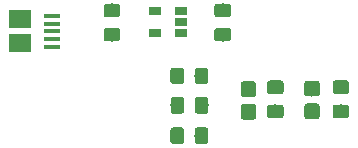
<source format=gbr>
G04 #@! TF.GenerationSoftware,KiCad,Pcbnew,(5.1.4)-1*
G04 #@! TF.CreationDate,2019-09-20T01:57:43+03:00*
G04 #@! TF.ProjectId,Simple_BMS,53696d70-6c65-45f4-924d-532e6b696361,rev?*
G04 #@! TF.SameCoordinates,Original*
G04 #@! TF.FileFunction,Paste,Top*
G04 #@! TF.FilePolarity,Positive*
%FSLAX46Y46*%
G04 Gerber Fmt 4.6, Leading zero omitted, Abs format (unit mm)*
G04 Created by KiCad (PCBNEW (5.1.4)-1) date 2019-09-20 01:57:43*
%MOMM*%
%LPD*%
G04 APERTURE LIST*
%ADD10R,1.900000X1.500000*%
%ADD11R,1.350000X0.400000*%
%ADD12R,1.060000X0.650000*%
%ADD13C,0.100000*%
%ADD14C,1.150000*%
%ADD15C,1.300000*%
G04 APERTURE END LIST*
D10*
X98142500Y-85180000D03*
D11*
X100842500Y-86180000D03*
X100842500Y-86830000D03*
X100842500Y-87480000D03*
X100842500Y-84880000D03*
X100842500Y-85530000D03*
D10*
X98142500Y-87180000D03*
D12*
X111820000Y-86330000D03*
X111820000Y-85380000D03*
X111820000Y-84430000D03*
X109620000Y-84430000D03*
X109620000Y-86330000D03*
D13*
G36*
X106414505Y-83851204D02*
G01*
X106438773Y-83854804D01*
X106462572Y-83860765D01*
X106485671Y-83869030D01*
X106507850Y-83879520D01*
X106528893Y-83892132D01*
X106548599Y-83906747D01*
X106566777Y-83923223D01*
X106583253Y-83941401D01*
X106597868Y-83961107D01*
X106610480Y-83982150D01*
X106620970Y-84004329D01*
X106629235Y-84027428D01*
X106635196Y-84051227D01*
X106638796Y-84075495D01*
X106640000Y-84099999D01*
X106640000Y-84750001D01*
X106638796Y-84774505D01*
X106635196Y-84798773D01*
X106629235Y-84822572D01*
X106620970Y-84845671D01*
X106610480Y-84867850D01*
X106597868Y-84888893D01*
X106583253Y-84908599D01*
X106566777Y-84926777D01*
X106548599Y-84943253D01*
X106528893Y-84957868D01*
X106507850Y-84970480D01*
X106485671Y-84980970D01*
X106462572Y-84989235D01*
X106438773Y-84995196D01*
X106414505Y-84998796D01*
X106390001Y-85000000D01*
X105489999Y-85000000D01*
X105465495Y-84998796D01*
X105441227Y-84995196D01*
X105417428Y-84989235D01*
X105394329Y-84980970D01*
X105372150Y-84970480D01*
X105351107Y-84957868D01*
X105331401Y-84943253D01*
X105313223Y-84926777D01*
X105296747Y-84908599D01*
X105282132Y-84888893D01*
X105269520Y-84867850D01*
X105259030Y-84845671D01*
X105250765Y-84822572D01*
X105244804Y-84798773D01*
X105241204Y-84774505D01*
X105240000Y-84750001D01*
X105240000Y-84099999D01*
X105241204Y-84075495D01*
X105244804Y-84051227D01*
X105250765Y-84027428D01*
X105259030Y-84004329D01*
X105269520Y-83982150D01*
X105282132Y-83961107D01*
X105296747Y-83941401D01*
X105313223Y-83923223D01*
X105331401Y-83906747D01*
X105351107Y-83892132D01*
X105372150Y-83879520D01*
X105394329Y-83869030D01*
X105417428Y-83860765D01*
X105441227Y-83854804D01*
X105465495Y-83851204D01*
X105489999Y-83850000D01*
X106390001Y-83850000D01*
X106414505Y-83851204D01*
X106414505Y-83851204D01*
G37*
D14*
X105940000Y-84425000D03*
D13*
G36*
X106414505Y-85901204D02*
G01*
X106438773Y-85904804D01*
X106462572Y-85910765D01*
X106485671Y-85919030D01*
X106507850Y-85929520D01*
X106528893Y-85942132D01*
X106548599Y-85956747D01*
X106566777Y-85973223D01*
X106583253Y-85991401D01*
X106597868Y-86011107D01*
X106610480Y-86032150D01*
X106620970Y-86054329D01*
X106629235Y-86077428D01*
X106635196Y-86101227D01*
X106638796Y-86125495D01*
X106640000Y-86149999D01*
X106640000Y-86800001D01*
X106638796Y-86824505D01*
X106635196Y-86848773D01*
X106629235Y-86872572D01*
X106620970Y-86895671D01*
X106610480Y-86917850D01*
X106597868Y-86938893D01*
X106583253Y-86958599D01*
X106566777Y-86976777D01*
X106548599Y-86993253D01*
X106528893Y-87007868D01*
X106507850Y-87020480D01*
X106485671Y-87030970D01*
X106462572Y-87039235D01*
X106438773Y-87045196D01*
X106414505Y-87048796D01*
X106390001Y-87050000D01*
X105489999Y-87050000D01*
X105465495Y-87048796D01*
X105441227Y-87045196D01*
X105417428Y-87039235D01*
X105394329Y-87030970D01*
X105372150Y-87020480D01*
X105351107Y-87007868D01*
X105331401Y-86993253D01*
X105313223Y-86976777D01*
X105296747Y-86958599D01*
X105282132Y-86938893D01*
X105269520Y-86917850D01*
X105259030Y-86895671D01*
X105250765Y-86872572D01*
X105244804Y-86848773D01*
X105241204Y-86824505D01*
X105240000Y-86800001D01*
X105240000Y-86149999D01*
X105241204Y-86125495D01*
X105244804Y-86101227D01*
X105250765Y-86077428D01*
X105259030Y-86054329D01*
X105269520Y-86032150D01*
X105282132Y-86011107D01*
X105296747Y-85991401D01*
X105313223Y-85973223D01*
X105331401Y-85956747D01*
X105351107Y-85942132D01*
X105372150Y-85929520D01*
X105394329Y-85919030D01*
X105417428Y-85910765D01*
X105441227Y-85904804D01*
X105465495Y-85901204D01*
X105489999Y-85900000D01*
X106390001Y-85900000D01*
X106414505Y-85901204D01*
X106414505Y-85901204D01*
G37*
D14*
X105940000Y-86475000D03*
D13*
G36*
X115794505Y-85901204D02*
G01*
X115818773Y-85904804D01*
X115842572Y-85910765D01*
X115865671Y-85919030D01*
X115887850Y-85929520D01*
X115908893Y-85942132D01*
X115928599Y-85956747D01*
X115946777Y-85973223D01*
X115963253Y-85991401D01*
X115977868Y-86011107D01*
X115990480Y-86032150D01*
X116000970Y-86054329D01*
X116009235Y-86077428D01*
X116015196Y-86101227D01*
X116018796Y-86125495D01*
X116020000Y-86149999D01*
X116020000Y-86800001D01*
X116018796Y-86824505D01*
X116015196Y-86848773D01*
X116009235Y-86872572D01*
X116000970Y-86895671D01*
X115990480Y-86917850D01*
X115977868Y-86938893D01*
X115963253Y-86958599D01*
X115946777Y-86976777D01*
X115928599Y-86993253D01*
X115908893Y-87007868D01*
X115887850Y-87020480D01*
X115865671Y-87030970D01*
X115842572Y-87039235D01*
X115818773Y-87045196D01*
X115794505Y-87048796D01*
X115770001Y-87050000D01*
X114869999Y-87050000D01*
X114845495Y-87048796D01*
X114821227Y-87045196D01*
X114797428Y-87039235D01*
X114774329Y-87030970D01*
X114752150Y-87020480D01*
X114731107Y-87007868D01*
X114711401Y-86993253D01*
X114693223Y-86976777D01*
X114676747Y-86958599D01*
X114662132Y-86938893D01*
X114649520Y-86917850D01*
X114639030Y-86895671D01*
X114630765Y-86872572D01*
X114624804Y-86848773D01*
X114621204Y-86824505D01*
X114620000Y-86800001D01*
X114620000Y-86149999D01*
X114621204Y-86125495D01*
X114624804Y-86101227D01*
X114630765Y-86077428D01*
X114639030Y-86054329D01*
X114649520Y-86032150D01*
X114662132Y-86011107D01*
X114676747Y-85991401D01*
X114693223Y-85973223D01*
X114711401Y-85956747D01*
X114731107Y-85942132D01*
X114752150Y-85929520D01*
X114774329Y-85919030D01*
X114797428Y-85910765D01*
X114821227Y-85904804D01*
X114845495Y-85901204D01*
X114869999Y-85900000D01*
X115770001Y-85900000D01*
X115794505Y-85901204D01*
X115794505Y-85901204D01*
G37*
D14*
X115320000Y-86475000D03*
D13*
G36*
X115794505Y-83851204D02*
G01*
X115818773Y-83854804D01*
X115842572Y-83860765D01*
X115865671Y-83869030D01*
X115887850Y-83879520D01*
X115908893Y-83892132D01*
X115928599Y-83906747D01*
X115946777Y-83923223D01*
X115963253Y-83941401D01*
X115977868Y-83961107D01*
X115990480Y-83982150D01*
X116000970Y-84004329D01*
X116009235Y-84027428D01*
X116015196Y-84051227D01*
X116018796Y-84075495D01*
X116020000Y-84099999D01*
X116020000Y-84750001D01*
X116018796Y-84774505D01*
X116015196Y-84798773D01*
X116009235Y-84822572D01*
X116000970Y-84845671D01*
X115990480Y-84867850D01*
X115977868Y-84888893D01*
X115963253Y-84908599D01*
X115946777Y-84926777D01*
X115928599Y-84943253D01*
X115908893Y-84957868D01*
X115887850Y-84970480D01*
X115865671Y-84980970D01*
X115842572Y-84989235D01*
X115818773Y-84995196D01*
X115794505Y-84998796D01*
X115770001Y-85000000D01*
X114869999Y-85000000D01*
X114845495Y-84998796D01*
X114821227Y-84995196D01*
X114797428Y-84989235D01*
X114774329Y-84980970D01*
X114752150Y-84970480D01*
X114731107Y-84957868D01*
X114711401Y-84943253D01*
X114693223Y-84926777D01*
X114676747Y-84908599D01*
X114662132Y-84888893D01*
X114649520Y-84867850D01*
X114639030Y-84845671D01*
X114630765Y-84822572D01*
X114624804Y-84798773D01*
X114621204Y-84774505D01*
X114620000Y-84750001D01*
X114620000Y-84099999D01*
X114621204Y-84075495D01*
X114624804Y-84051227D01*
X114630765Y-84027428D01*
X114639030Y-84004329D01*
X114649520Y-83982150D01*
X114662132Y-83961107D01*
X114676747Y-83941401D01*
X114693223Y-83923223D01*
X114711401Y-83906747D01*
X114731107Y-83892132D01*
X114752150Y-83879520D01*
X114774329Y-83869030D01*
X114797428Y-83860765D01*
X114821227Y-83854804D01*
X114845495Y-83851204D01*
X114869999Y-83850000D01*
X115770001Y-83850000D01*
X115794505Y-83851204D01*
X115794505Y-83851204D01*
G37*
D14*
X115320000Y-84425000D03*
D13*
G36*
X123309704Y-90375004D02*
G01*
X123333973Y-90378604D01*
X123357771Y-90384565D01*
X123380871Y-90392830D01*
X123403049Y-90403320D01*
X123424093Y-90415933D01*
X123443798Y-90430547D01*
X123461977Y-90447023D01*
X123478453Y-90465202D01*
X123493067Y-90484907D01*
X123505680Y-90505951D01*
X123516170Y-90528129D01*
X123524435Y-90551229D01*
X123530396Y-90575027D01*
X123533996Y-90599296D01*
X123535200Y-90623800D01*
X123535200Y-91448800D01*
X123533996Y-91473304D01*
X123530396Y-91497573D01*
X123524435Y-91521371D01*
X123516170Y-91544471D01*
X123505680Y-91566649D01*
X123493067Y-91587693D01*
X123478453Y-91607398D01*
X123461977Y-91625577D01*
X123443798Y-91642053D01*
X123424093Y-91656667D01*
X123403049Y-91669280D01*
X123380871Y-91679770D01*
X123357771Y-91688035D01*
X123333973Y-91693996D01*
X123309704Y-91697596D01*
X123285200Y-91698800D01*
X122485200Y-91698800D01*
X122460696Y-91697596D01*
X122436427Y-91693996D01*
X122412629Y-91688035D01*
X122389529Y-91679770D01*
X122367351Y-91669280D01*
X122346307Y-91656667D01*
X122326602Y-91642053D01*
X122308423Y-91625577D01*
X122291947Y-91607398D01*
X122277333Y-91587693D01*
X122264720Y-91566649D01*
X122254230Y-91544471D01*
X122245965Y-91521371D01*
X122240004Y-91497573D01*
X122236404Y-91473304D01*
X122235200Y-91448800D01*
X122235200Y-90623800D01*
X122236404Y-90599296D01*
X122240004Y-90575027D01*
X122245965Y-90551229D01*
X122254230Y-90528129D01*
X122264720Y-90505951D01*
X122277333Y-90484907D01*
X122291947Y-90465202D01*
X122308423Y-90447023D01*
X122326602Y-90430547D01*
X122346307Y-90415933D01*
X122367351Y-90403320D01*
X122389529Y-90392830D01*
X122412629Y-90384565D01*
X122436427Y-90378604D01*
X122460696Y-90375004D01*
X122485200Y-90373800D01*
X123285200Y-90373800D01*
X123309704Y-90375004D01*
X123309704Y-90375004D01*
G37*
D15*
X122885200Y-91036300D03*
D13*
G36*
X123309704Y-92300004D02*
G01*
X123333973Y-92303604D01*
X123357771Y-92309565D01*
X123380871Y-92317830D01*
X123403049Y-92328320D01*
X123424093Y-92340933D01*
X123443798Y-92355547D01*
X123461977Y-92372023D01*
X123478453Y-92390202D01*
X123493067Y-92409907D01*
X123505680Y-92430951D01*
X123516170Y-92453129D01*
X123524435Y-92476229D01*
X123530396Y-92500027D01*
X123533996Y-92524296D01*
X123535200Y-92548800D01*
X123535200Y-93373800D01*
X123533996Y-93398304D01*
X123530396Y-93422573D01*
X123524435Y-93446371D01*
X123516170Y-93469471D01*
X123505680Y-93491649D01*
X123493067Y-93512693D01*
X123478453Y-93532398D01*
X123461977Y-93550577D01*
X123443798Y-93567053D01*
X123424093Y-93581667D01*
X123403049Y-93594280D01*
X123380871Y-93604770D01*
X123357771Y-93613035D01*
X123333973Y-93618996D01*
X123309704Y-93622596D01*
X123285200Y-93623800D01*
X122485200Y-93623800D01*
X122460696Y-93622596D01*
X122436427Y-93618996D01*
X122412629Y-93613035D01*
X122389529Y-93604770D01*
X122367351Y-93594280D01*
X122346307Y-93581667D01*
X122326602Y-93567053D01*
X122308423Y-93550577D01*
X122291947Y-93532398D01*
X122277333Y-93512693D01*
X122264720Y-93491649D01*
X122254230Y-93469471D01*
X122245965Y-93446371D01*
X122240004Y-93422573D01*
X122236404Y-93398304D01*
X122235200Y-93373800D01*
X122235200Y-92548800D01*
X122236404Y-92524296D01*
X122240004Y-92500027D01*
X122245965Y-92476229D01*
X122254230Y-92453129D01*
X122264720Y-92430951D01*
X122277333Y-92409907D01*
X122291947Y-92390202D01*
X122308423Y-92372023D01*
X122326602Y-92355547D01*
X122346307Y-92340933D01*
X122367351Y-92328320D01*
X122389529Y-92317830D01*
X122412629Y-92309565D01*
X122436427Y-92303604D01*
X122460696Y-92300004D01*
X122485200Y-92298800D01*
X123285200Y-92298800D01*
X123309704Y-92300004D01*
X123309704Y-92300004D01*
G37*
D15*
X122885200Y-92961300D03*
D13*
G36*
X117924904Y-92350804D02*
G01*
X117949173Y-92354404D01*
X117972971Y-92360365D01*
X117996071Y-92368630D01*
X118018249Y-92379120D01*
X118039293Y-92391733D01*
X118058998Y-92406347D01*
X118077177Y-92422823D01*
X118093653Y-92441002D01*
X118108267Y-92460707D01*
X118120880Y-92481751D01*
X118131370Y-92503929D01*
X118139635Y-92527029D01*
X118145596Y-92550827D01*
X118149196Y-92575096D01*
X118150400Y-92599600D01*
X118150400Y-93424600D01*
X118149196Y-93449104D01*
X118145596Y-93473373D01*
X118139635Y-93497171D01*
X118131370Y-93520271D01*
X118120880Y-93542449D01*
X118108267Y-93563493D01*
X118093653Y-93583198D01*
X118077177Y-93601377D01*
X118058998Y-93617853D01*
X118039293Y-93632467D01*
X118018249Y-93645080D01*
X117996071Y-93655570D01*
X117972971Y-93663835D01*
X117949173Y-93669796D01*
X117924904Y-93673396D01*
X117900400Y-93674600D01*
X117100400Y-93674600D01*
X117075896Y-93673396D01*
X117051627Y-93669796D01*
X117027829Y-93663835D01*
X117004729Y-93655570D01*
X116982551Y-93645080D01*
X116961507Y-93632467D01*
X116941802Y-93617853D01*
X116923623Y-93601377D01*
X116907147Y-93583198D01*
X116892533Y-93563493D01*
X116879920Y-93542449D01*
X116869430Y-93520271D01*
X116861165Y-93497171D01*
X116855204Y-93473373D01*
X116851604Y-93449104D01*
X116850400Y-93424600D01*
X116850400Y-92599600D01*
X116851604Y-92575096D01*
X116855204Y-92550827D01*
X116861165Y-92527029D01*
X116869430Y-92503929D01*
X116879920Y-92481751D01*
X116892533Y-92460707D01*
X116907147Y-92441002D01*
X116923623Y-92422823D01*
X116941802Y-92406347D01*
X116961507Y-92391733D01*
X116982551Y-92379120D01*
X117004729Y-92368630D01*
X117027829Y-92360365D01*
X117051627Y-92354404D01*
X117075896Y-92350804D01*
X117100400Y-92349600D01*
X117900400Y-92349600D01*
X117924904Y-92350804D01*
X117924904Y-92350804D01*
G37*
D15*
X117500400Y-93012100D03*
D13*
G36*
X117924904Y-90425804D02*
G01*
X117949173Y-90429404D01*
X117972971Y-90435365D01*
X117996071Y-90443630D01*
X118018249Y-90454120D01*
X118039293Y-90466733D01*
X118058998Y-90481347D01*
X118077177Y-90497823D01*
X118093653Y-90516002D01*
X118108267Y-90535707D01*
X118120880Y-90556751D01*
X118131370Y-90578929D01*
X118139635Y-90602029D01*
X118145596Y-90625827D01*
X118149196Y-90650096D01*
X118150400Y-90674600D01*
X118150400Y-91499600D01*
X118149196Y-91524104D01*
X118145596Y-91548373D01*
X118139635Y-91572171D01*
X118131370Y-91595271D01*
X118120880Y-91617449D01*
X118108267Y-91638493D01*
X118093653Y-91658198D01*
X118077177Y-91676377D01*
X118058998Y-91692853D01*
X118039293Y-91707467D01*
X118018249Y-91720080D01*
X117996071Y-91730570D01*
X117972971Y-91738835D01*
X117949173Y-91744796D01*
X117924904Y-91748396D01*
X117900400Y-91749600D01*
X117100400Y-91749600D01*
X117075896Y-91748396D01*
X117051627Y-91744796D01*
X117027829Y-91738835D01*
X117004729Y-91730570D01*
X116982551Y-91720080D01*
X116961507Y-91707467D01*
X116941802Y-91692853D01*
X116923623Y-91676377D01*
X116907147Y-91658198D01*
X116892533Y-91638493D01*
X116879920Y-91617449D01*
X116869430Y-91595271D01*
X116861165Y-91572171D01*
X116855204Y-91548373D01*
X116851604Y-91524104D01*
X116850400Y-91499600D01*
X116850400Y-90674600D01*
X116851604Y-90650096D01*
X116855204Y-90625827D01*
X116861165Y-90602029D01*
X116869430Y-90578929D01*
X116879920Y-90556751D01*
X116892533Y-90535707D01*
X116907147Y-90516002D01*
X116923623Y-90497823D01*
X116941802Y-90481347D01*
X116961507Y-90466733D01*
X116982551Y-90454120D01*
X117004729Y-90443630D01*
X117027829Y-90435365D01*
X117051627Y-90429404D01*
X117075896Y-90425804D01*
X117100400Y-90424600D01*
X117900400Y-90424600D01*
X117924904Y-90425804D01*
X117924904Y-90425804D01*
G37*
D15*
X117500400Y-91087100D03*
D13*
G36*
X125798105Y-90349204D02*
G01*
X125822373Y-90352804D01*
X125846172Y-90358765D01*
X125869271Y-90367030D01*
X125891450Y-90377520D01*
X125912493Y-90390132D01*
X125932199Y-90404747D01*
X125950377Y-90421223D01*
X125966853Y-90439401D01*
X125981468Y-90459107D01*
X125994080Y-90480150D01*
X126004570Y-90502329D01*
X126012835Y-90525428D01*
X126018796Y-90549227D01*
X126022396Y-90573495D01*
X126023600Y-90597999D01*
X126023600Y-91248001D01*
X126022396Y-91272505D01*
X126018796Y-91296773D01*
X126012835Y-91320572D01*
X126004570Y-91343671D01*
X125994080Y-91365850D01*
X125981468Y-91386893D01*
X125966853Y-91406599D01*
X125950377Y-91424777D01*
X125932199Y-91441253D01*
X125912493Y-91455868D01*
X125891450Y-91468480D01*
X125869271Y-91478970D01*
X125846172Y-91487235D01*
X125822373Y-91493196D01*
X125798105Y-91496796D01*
X125773601Y-91498000D01*
X124873599Y-91498000D01*
X124849095Y-91496796D01*
X124824827Y-91493196D01*
X124801028Y-91487235D01*
X124777929Y-91478970D01*
X124755750Y-91468480D01*
X124734707Y-91455868D01*
X124715001Y-91441253D01*
X124696823Y-91424777D01*
X124680347Y-91406599D01*
X124665732Y-91386893D01*
X124653120Y-91365850D01*
X124642630Y-91343671D01*
X124634365Y-91320572D01*
X124628404Y-91296773D01*
X124624804Y-91272505D01*
X124623600Y-91248001D01*
X124623600Y-90597999D01*
X124624804Y-90573495D01*
X124628404Y-90549227D01*
X124634365Y-90525428D01*
X124642630Y-90502329D01*
X124653120Y-90480150D01*
X124665732Y-90459107D01*
X124680347Y-90439401D01*
X124696823Y-90421223D01*
X124715001Y-90404747D01*
X124734707Y-90390132D01*
X124755750Y-90377520D01*
X124777929Y-90367030D01*
X124801028Y-90358765D01*
X124824827Y-90352804D01*
X124849095Y-90349204D01*
X124873599Y-90348000D01*
X125773601Y-90348000D01*
X125798105Y-90349204D01*
X125798105Y-90349204D01*
G37*
D14*
X125323600Y-90923000D03*
D13*
G36*
X125798105Y-92399204D02*
G01*
X125822373Y-92402804D01*
X125846172Y-92408765D01*
X125869271Y-92417030D01*
X125891450Y-92427520D01*
X125912493Y-92440132D01*
X125932199Y-92454747D01*
X125950377Y-92471223D01*
X125966853Y-92489401D01*
X125981468Y-92509107D01*
X125994080Y-92530150D01*
X126004570Y-92552329D01*
X126012835Y-92575428D01*
X126018796Y-92599227D01*
X126022396Y-92623495D01*
X126023600Y-92647999D01*
X126023600Y-93298001D01*
X126022396Y-93322505D01*
X126018796Y-93346773D01*
X126012835Y-93370572D01*
X126004570Y-93393671D01*
X125994080Y-93415850D01*
X125981468Y-93436893D01*
X125966853Y-93456599D01*
X125950377Y-93474777D01*
X125932199Y-93491253D01*
X125912493Y-93505868D01*
X125891450Y-93518480D01*
X125869271Y-93528970D01*
X125846172Y-93537235D01*
X125822373Y-93543196D01*
X125798105Y-93546796D01*
X125773601Y-93548000D01*
X124873599Y-93548000D01*
X124849095Y-93546796D01*
X124824827Y-93543196D01*
X124801028Y-93537235D01*
X124777929Y-93528970D01*
X124755750Y-93518480D01*
X124734707Y-93505868D01*
X124715001Y-93491253D01*
X124696823Y-93474777D01*
X124680347Y-93456599D01*
X124665732Y-93436893D01*
X124653120Y-93415850D01*
X124642630Y-93393671D01*
X124634365Y-93370572D01*
X124628404Y-93346773D01*
X124624804Y-93322505D01*
X124623600Y-93298001D01*
X124623600Y-92647999D01*
X124624804Y-92623495D01*
X124628404Y-92599227D01*
X124634365Y-92575428D01*
X124642630Y-92552329D01*
X124653120Y-92530150D01*
X124665732Y-92509107D01*
X124680347Y-92489401D01*
X124696823Y-92471223D01*
X124715001Y-92454747D01*
X124734707Y-92440132D01*
X124755750Y-92427520D01*
X124777929Y-92417030D01*
X124801028Y-92408765D01*
X124824827Y-92402804D01*
X124849095Y-92399204D01*
X124873599Y-92398000D01*
X125773601Y-92398000D01*
X125798105Y-92399204D01*
X125798105Y-92399204D01*
G37*
D14*
X125323600Y-92973000D03*
D13*
G36*
X120260905Y-90349204D02*
G01*
X120285173Y-90352804D01*
X120308972Y-90358765D01*
X120332071Y-90367030D01*
X120354250Y-90377520D01*
X120375293Y-90390132D01*
X120394999Y-90404747D01*
X120413177Y-90421223D01*
X120429653Y-90439401D01*
X120444268Y-90459107D01*
X120456880Y-90480150D01*
X120467370Y-90502329D01*
X120475635Y-90525428D01*
X120481596Y-90549227D01*
X120485196Y-90573495D01*
X120486400Y-90597999D01*
X120486400Y-91248001D01*
X120485196Y-91272505D01*
X120481596Y-91296773D01*
X120475635Y-91320572D01*
X120467370Y-91343671D01*
X120456880Y-91365850D01*
X120444268Y-91386893D01*
X120429653Y-91406599D01*
X120413177Y-91424777D01*
X120394999Y-91441253D01*
X120375293Y-91455868D01*
X120354250Y-91468480D01*
X120332071Y-91478970D01*
X120308972Y-91487235D01*
X120285173Y-91493196D01*
X120260905Y-91496796D01*
X120236401Y-91498000D01*
X119336399Y-91498000D01*
X119311895Y-91496796D01*
X119287627Y-91493196D01*
X119263828Y-91487235D01*
X119240729Y-91478970D01*
X119218550Y-91468480D01*
X119197507Y-91455868D01*
X119177801Y-91441253D01*
X119159623Y-91424777D01*
X119143147Y-91406599D01*
X119128532Y-91386893D01*
X119115920Y-91365850D01*
X119105430Y-91343671D01*
X119097165Y-91320572D01*
X119091204Y-91296773D01*
X119087604Y-91272505D01*
X119086400Y-91248001D01*
X119086400Y-90597999D01*
X119087604Y-90573495D01*
X119091204Y-90549227D01*
X119097165Y-90525428D01*
X119105430Y-90502329D01*
X119115920Y-90480150D01*
X119128532Y-90459107D01*
X119143147Y-90439401D01*
X119159623Y-90421223D01*
X119177801Y-90404747D01*
X119197507Y-90390132D01*
X119218550Y-90377520D01*
X119240729Y-90367030D01*
X119263828Y-90358765D01*
X119287627Y-90352804D01*
X119311895Y-90349204D01*
X119336399Y-90348000D01*
X120236401Y-90348000D01*
X120260905Y-90349204D01*
X120260905Y-90349204D01*
G37*
D14*
X119786400Y-90923000D03*
D13*
G36*
X120260905Y-92399204D02*
G01*
X120285173Y-92402804D01*
X120308972Y-92408765D01*
X120332071Y-92417030D01*
X120354250Y-92427520D01*
X120375293Y-92440132D01*
X120394999Y-92454747D01*
X120413177Y-92471223D01*
X120429653Y-92489401D01*
X120444268Y-92509107D01*
X120456880Y-92530150D01*
X120467370Y-92552329D01*
X120475635Y-92575428D01*
X120481596Y-92599227D01*
X120485196Y-92623495D01*
X120486400Y-92647999D01*
X120486400Y-93298001D01*
X120485196Y-93322505D01*
X120481596Y-93346773D01*
X120475635Y-93370572D01*
X120467370Y-93393671D01*
X120456880Y-93415850D01*
X120444268Y-93436893D01*
X120429653Y-93456599D01*
X120413177Y-93474777D01*
X120394999Y-93491253D01*
X120375293Y-93505868D01*
X120354250Y-93518480D01*
X120332071Y-93528970D01*
X120308972Y-93537235D01*
X120285173Y-93543196D01*
X120260905Y-93546796D01*
X120236401Y-93548000D01*
X119336399Y-93548000D01*
X119311895Y-93546796D01*
X119287627Y-93543196D01*
X119263828Y-93537235D01*
X119240729Y-93528970D01*
X119218550Y-93518480D01*
X119197507Y-93505868D01*
X119177801Y-93491253D01*
X119159623Y-93474777D01*
X119143147Y-93456599D01*
X119128532Y-93436893D01*
X119115920Y-93415850D01*
X119105430Y-93393671D01*
X119097165Y-93370572D01*
X119091204Y-93346773D01*
X119087604Y-93322505D01*
X119086400Y-93298001D01*
X119086400Y-92647999D01*
X119087604Y-92623495D01*
X119091204Y-92599227D01*
X119097165Y-92575428D01*
X119105430Y-92552329D01*
X119115920Y-92530150D01*
X119128532Y-92509107D01*
X119143147Y-92489401D01*
X119159623Y-92471223D01*
X119177801Y-92454747D01*
X119197507Y-92440132D01*
X119218550Y-92427520D01*
X119240729Y-92417030D01*
X119263828Y-92408765D01*
X119287627Y-92402804D01*
X119311895Y-92399204D01*
X119336399Y-92398000D01*
X120236401Y-92398000D01*
X120260905Y-92399204D01*
X120260905Y-92399204D01*
G37*
D14*
X119786400Y-92973000D03*
D13*
G36*
X111824505Y-94321204D02*
G01*
X111848773Y-94324804D01*
X111872572Y-94330765D01*
X111895671Y-94339030D01*
X111917850Y-94349520D01*
X111938893Y-94362132D01*
X111958599Y-94376747D01*
X111976777Y-94393223D01*
X111993253Y-94411401D01*
X112007868Y-94431107D01*
X112020480Y-94452150D01*
X112030970Y-94474329D01*
X112039235Y-94497428D01*
X112045196Y-94521227D01*
X112048796Y-94545495D01*
X112050000Y-94569999D01*
X112050000Y-95470001D01*
X112048796Y-95494505D01*
X112045196Y-95518773D01*
X112039235Y-95542572D01*
X112030970Y-95565671D01*
X112020480Y-95587850D01*
X112007868Y-95608893D01*
X111993253Y-95628599D01*
X111976777Y-95646777D01*
X111958599Y-95663253D01*
X111938893Y-95677868D01*
X111917850Y-95690480D01*
X111895671Y-95700970D01*
X111872572Y-95709235D01*
X111848773Y-95715196D01*
X111824505Y-95718796D01*
X111800001Y-95720000D01*
X111149999Y-95720000D01*
X111125495Y-95718796D01*
X111101227Y-95715196D01*
X111077428Y-95709235D01*
X111054329Y-95700970D01*
X111032150Y-95690480D01*
X111011107Y-95677868D01*
X110991401Y-95663253D01*
X110973223Y-95646777D01*
X110956747Y-95628599D01*
X110942132Y-95608893D01*
X110929520Y-95587850D01*
X110919030Y-95565671D01*
X110910765Y-95542572D01*
X110904804Y-95518773D01*
X110901204Y-95494505D01*
X110900000Y-95470001D01*
X110900000Y-94569999D01*
X110901204Y-94545495D01*
X110904804Y-94521227D01*
X110910765Y-94497428D01*
X110919030Y-94474329D01*
X110929520Y-94452150D01*
X110942132Y-94431107D01*
X110956747Y-94411401D01*
X110973223Y-94393223D01*
X110991401Y-94376747D01*
X111011107Y-94362132D01*
X111032150Y-94349520D01*
X111054329Y-94339030D01*
X111077428Y-94330765D01*
X111101227Y-94324804D01*
X111125495Y-94321204D01*
X111149999Y-94320000D01*
X111800001Y-94320000D01*
X111824505Y-94321204D01*
X111824505Y-94321204D01*
G37*
D14*
X111475000Y-95020000D03*
D13*
G36*
X113874505Y-94321204D02*
G01*
X113898773Y-94324804D01*
X113922572Y-94330765D01*
X113945671Y-94339030D01*
X113967850Y-94349520D01*
X113988893Y-94362132D01*
X114008599Y-94376747D01*
X114026777Y-94393223D01*
X114043253Y-94411401D01*
X114057868Y-94431107D01*
X114070480Y-94452150D01*
X114080970Y-94474329D01*
X114089235Y-94497428D01*
X114095196Y-94521227D01*
X114098796Y-94545495D01*
X114100000Y-94569999D01*
X114100000Y-95470001D01*
X114098796Y-95494505D01*
X114095196Y-95518773D01*
X114089235Y-95542572D01*
X114080970Y-95565671D01*
X114070480Y-95587850D01*
X114057868Y-95608893D01*
X114043253Y-95628599D01*
X114026777Y-95646777D01*
X114008599Y-95663253D01*
X113988893Y-95677868D01*
X113967850Y-95690480D01*
X113945671Y-95700970D01*
X113922572Y-95709235D01*
X113898773Y-95715196D01*
X113874505Y-95718796D01*
X113850001Y-95720000D01*
X113199999Y-95720000D01*
X113175495Y-95718796D01*
X113151227Y-95715196D01*
X113127428Y-95709235D01*
X113104329Y-95700970D01*
X113082150Y-95690480D01*
X113061107Y-95677868D01*
X113041401Y-95663253D01*
X113023223Y-95646777D01*
X113006747Y-95628599D01*
X112992132Y-95608893D01*
X112979520Y-95587850D01*
X112969030Y-95565671D01*
X112960765Y-95542572D01*
X112954804Y-95518773D01*
X112951204Y-95494505D01*
X112950000Y-95470001D01*
X112950000Y-94569999D01*
X112951204Y-94545495D01*
X112954804Y-94521227D01*
X112960765Y-94497428D01*
X112969030Y-94474329D01*
X112979520Y-94452150D01*
X112992132Y-94431107D01*
X113006747Y-94411401D01*
X113023223Y-94393223D01*
X113041401Y-94376747D01*
X113061107Y-94362132D01*
X113082150Y-94349520D01*
X113104329Y-94339030D01*
X113127428Y-94330765D01*
X113151227Y-94324804D01*
X113175495Y-94321204D01*
X113199999Y-94320000D01*
X113850001Y-94320000D01*
X113874505Y-94321204D01*
X113874505Y-94321204D01*
G37*
D14*
X113525000Y-95020000D03*
D13*
G36*
X111844505Y-91761204D02*
G01*
X111868773Y-91764804D01*
X111892572Y-91770765D01*
X111915671Y-91779030D01*
X111937850Y-91789520D01*
X111958893Y-91802132D01*
X111978599Y-91816747D01*
X111996777Y-91833223D01*
X112013253Y-91851401D01*
X112027868Y-91871107D01*
X112040480Y-91892150D01*
X112050970Y-91914329D01*
X112059235Y-91937428D01*
X112065196Y-91961227D01*
X112068796Y-91985495D01*
X112070000Y-92009999D01*
X112070000Y-92910001D01*
X112068796Y-92934505D01*
X112065196Y-92958773D01*
X112059235Y-92982572D01*
X112050970Y-93005671D01*
X112040480Y-93027850D01*
X112027868Y-93048893D01*
X112013253Y-93068599D01*
X111996777Y-93086777D01*
X111978599Y-93103253D01*
X111958893Y-93117868D01*
X111937850Y-93130480D01*
X111915671Y-93140970D01*
X111892572Y-93149235D01*
X111868773Y-93155196D01*
X111844505Y-93158796D01*
X111820001Y-93160000D01*
X111169999Y-93160000D01*
X111145495Y-93158796D01*
X111121227Y-93155196D01*
X111097428Y-93149235D01*
X111074329Y-93140970D01*
X111052150Y-93130480D01*
X111031107Y-93117868D01*
X111011401Y-93103253D01*
X110993223Y-93086777D01*
X110976747Y-93068599D01*
X110962132Y-93048893D01*
X110949520Y-93027850D01*
X110939030Y-93005671D01*
X110930765Y-92982572D01*
X110924804Y-92958773D01*
X110921204Y-92934505D01*
X110920000Y-92910001D01*
X110920000Y-92009999D01*
X110921204Y-91985495D01*
X110924804Y-91961227D01*
X110930765Y-91937428D01*
X110939030Y-91914329D01*
X110949520Y-91892150D01*
X110962132Y-91871107D01*
X110976747Y-91851401D01*
X110993223Y-91833223D01*
X111011401Y-91816747D01*
X111031107Y-91802132D01*
X111052150Y-91789520D01*
X111074329Y-91779030D01*
X111097428Y-91770765D01*
X111121227Y-91764804D01*
X111145495Y-91761204D01*
X111169999Y-91760000D01*
X111820001Y-91760000D01*
X111844505Y-91761204D01*
X111844505Y-91761204D01*
G37*
D14*
X111495000Y-92460000D03*
D13*
G36*
X113894505Y-91761204D02*
G01*
X113918773Y-91764804D01*
X113942572Y-91770765D01*
X113965671Y-91779030D01*
X113987850Y-91789520D01*
X114008893Y-91802132D01*
X114028599Y-91816747D01*
X114046777Y-91833223D01*
X114063253Y-91851401D01*
X114077868Y-91871107D01*
X114090480Y-91892150D01*
X114100970Y-91914329D01*
X114109235Y-91937428D01*
X114115196Y-91961227D01*
X114118796Y-91985495D01*
X114120000Y-92009999D01*
X114120000Y-92910001D01*
X114118796Y-92934505D01*
X114115196Y-92958773D01*
X114109235Y-92982572D01*
X114100970Y-93005671D01*
X114090480Y-93027850D01*
X114077868Y-93048893D01*
X114063253Y-93068599D01*
X114046777Y-93086777D01*
X114028599Y-93103253D01*
X114008893Y-93117868D01*
X113987850Y-93130480D01*
X113965671Y-93140970D01*
X113942572Y-93149235D01*
X113918773Y-93155196D01*
X113894505Y-93158796D01*
X113870001Y-93160000D01*
X113219999Y-93160000D01*
X113195495Y-93158796D01*
X113171227Y-93155196D01*
X113147428Y-93149235D01*
X113124329Y-93140970D01*
X113102150Y-93130480D01*
X113081107Y-93117868D01*
X113061401Y-93103253D01*
X113043223Y-93086777D01*
X113026747Y-93068599D01*
X113012132Y-93048893D01*
X112999520Y-93027850D01*
X112989030Y-93005671D01*
X112980765Y-92982572D01*
X112974804Y-92958773D01*
X112971204Y-92934505D01*
X112970000Y-92910001D01*
X112970000Y-92009999D01*
X112971204Y-91985495D01*
X112974804Y-91961227D01*
X112980765Y-91937428D01*
X112989030Y-91914329D01*
X112999520Y-91892150D01*
X113012132Y-91871107D01*
X113026747Y-91851401D01*
X113043223Y-91833223D01*
X113061401Y-91816747D01*
X113081107Y-91802132D01*
X113102150Y-91789520D01*
X113124329Y-91779030D01*
X113147428Y-91770765D01*
X113171227Y-91764804D01*
X113195495Y-91761204D01*
X113219999Y-91760000D01*
X113870001Y-91760000D01*
X113894505Y-91761204D01*
X113894505Y-91761204D01*
G37*
D14*
X113545000Y-92460000D03*
D13*
G36*
X113874505Y-89261204D02*
G01*
X113898773Y-89264804D01*
X113922572Y-89270765D01*
X113945671Y-89279030D01*
X113967850Y-89289520D01*
X113988893Y-89302132D01*
X114008599Y-89316747D01*
X114026777Y-89333223D01*
X114043253Y-89351401D01*
X114057868Y-89371107D01*
X114070480Y-89392150D01*
X114080970Y-89414329D01*
X114089235Y-89437428D01*
X114095196Y-89461227D01*
X114098796Y-89485495D01*
X114100000Y-89509999D01*
X114100000Y-90410001D01*
X114098796Y-90434505D01*
X114095196Y-90458773D01*
X114089235Y-90482572D01*
X114080970Y-90505671D01*
X114070480Y-90527850D01*
X114057868Y-90548893D01*
X114043253Y-90568599D01*
X114026777Y-90586777D01*
X114008599Y-90603253D01*
X113988893Y-90617868D01*
X113967850Y-90630480D01*
X113945671Y-90640970D01*
X113922572Y-90649235D01*
X113898773Y-90655196D01*
X113874505Y-90658796D01*
X113850001Y-90660000D01*
X113199999Y-90660000D01*
X113175495Y-90658796D01*
X113151227Y-90655196D01*
X113127428Y-90649235D01*
X113104329Y-90640970D01*
X113082150Y-90630480D01*
X113061107Y-90617868D01*
X113041401Y-90603253D01*
X113023223Y-90586777D01*
X113006747Y-90568599D01*
X112992132Y-90548893D01*
X112979520Y-90527850D01*
X112969030Y-90505671D01*
X112960765Y-90482572D01*
X112954804Y-90458773D01*
X112951204Y-90434505D01*
X112950000Y-90410001D01*
X112950000Y-89509999D01*
X112951204Y-89485495D01*
X112954804Y-89461227D01*
X112960765Y-89437428D01*
X112969030Y-89414329D01*
X112979520Y-89392150D01*
X112992132Y-89371107D01*
X113006747Y-89351401D01*
X113023223Y-89333223D01*
X113041401Y-89316747D01*
X113061107Y-89302132D01*
X113082150Y-89289520D01*
X113104329Y-89279030D01*
X113127428Y-89270765D01*
X113151227Y-89264804D01*
X113175495Y-89261204D01*
X113199999Y-89260000D01*
X113850001Y-89260000D01*
X113874505Y-89261204D01*
X113874505Y-89261204D01*
G37*
D14*
X113525000Y-89960000D03*
D13*
G36*
X111824505Y-89261204D02*
G01*
X111848773Y-89264804D01*
X111872572Y-89270765D01*
X111895671Y-89279030D01*
X111917850Y-89289520D01*
X111938893Y-89302132D01*
X111958599Y-89316747D01*
X111976777Y-89333223D01*
X111993253Y-89351401D01*
X112007868Y-89371107D01*
X112020480Y-89392150D01*
X112030970Y-89414329D01*
X112039235Y-89437428D01*
X112045196Y-89461227D01*
X112048796Y-89485495D01*
X112050000Y-89509999D01*
X112050000Y-90410001D01*
X112048796Y-90434505D01*
X112045196Y-90458773D01*
X112039235Y-90482572D01*
X112030970Y-90505671D01*
X112020480Y-90527850D01*
X112007868Y-90548893D01*
X111993253Y-90568599D01*
X111976777Y-90586777D01*
X111958599Y-90603253D01*
X111938893Y-90617868D01*
X111917850Y-90630480D01*
X111895671Y-90640970D01*
X111872572Y-90649235D01*
X111848773Y-90655196D01*
X111824505Y-90658796D01*
X111800001Y-90660000D01*
X111149999Y-90660000D01*
X111125495Y-90658796D01*
X111101227Y-90655196D01*
X111077428Y-90649235D01*
X111054329Y-90640970D01*
X111032150Y-90630480D01*
X111011107Y-90617868D01*
X110991401Y-90603253D01*
X110973223Y-90586777D01*
X110956747Y-90568599D01*
X110942132Y-90548893D01*
X110929520Y-90527850D01*
X110919030Y-90505671D01*
X110910765Y-90482572D01*
X110904804Y-90458773D01*
X110901204Y-90434505D01*
X110900000Y-90410001D01*
X110900000Y-89509999D01*
X110901204Y-89485495D01*
X110904804Y-89461227D01*
X110910765Y-89437428D01*
X110919030Y-89414329D01*
X110929520Y-89392150D01*
X110942132Y-89371107D01*
X110956747Y-89351401D01*
X110973223Y-89333223D01*
X110991401Y-89316747D01*
X111011107Y-89302132D01*
X111032150Y-89289520D01*
X111054329Y-89279030D01*
X111077428Y-89270765D01*
X111101227Y-89264804D01*
X111125495Y-89261204D01*
X111149999Y-89260000D01*
X111800001Y-89260000D01*
X111824505Y-89261204D01*
X111824505Y-89261204D01*
G37*
D14*
X111475000Y-89960000D03*
M02*

</source>
